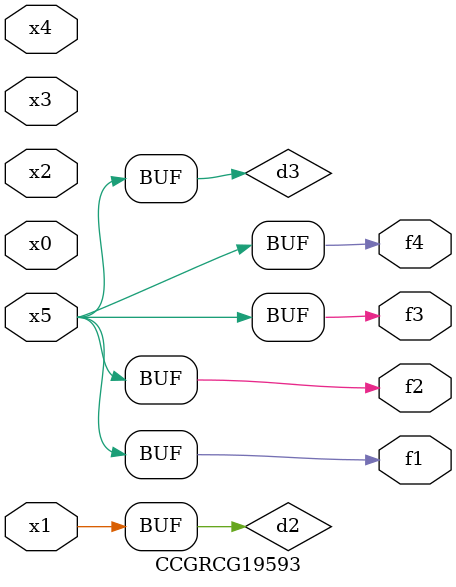
<source format=v>
module CCGRCG19593(
	input x0, x1, x2, x3, x4, x5,
	output f1, f2, f3, f4
);

	wire d1, d2, d3;

	not (d1, x5);
	or (d2, x1);
	xnor (d3, d1);
	assign f1 = d3;
	assign f2 = d3;
	assign f3 = d3;
	assign f4 = d3;
endmodule

</source>
